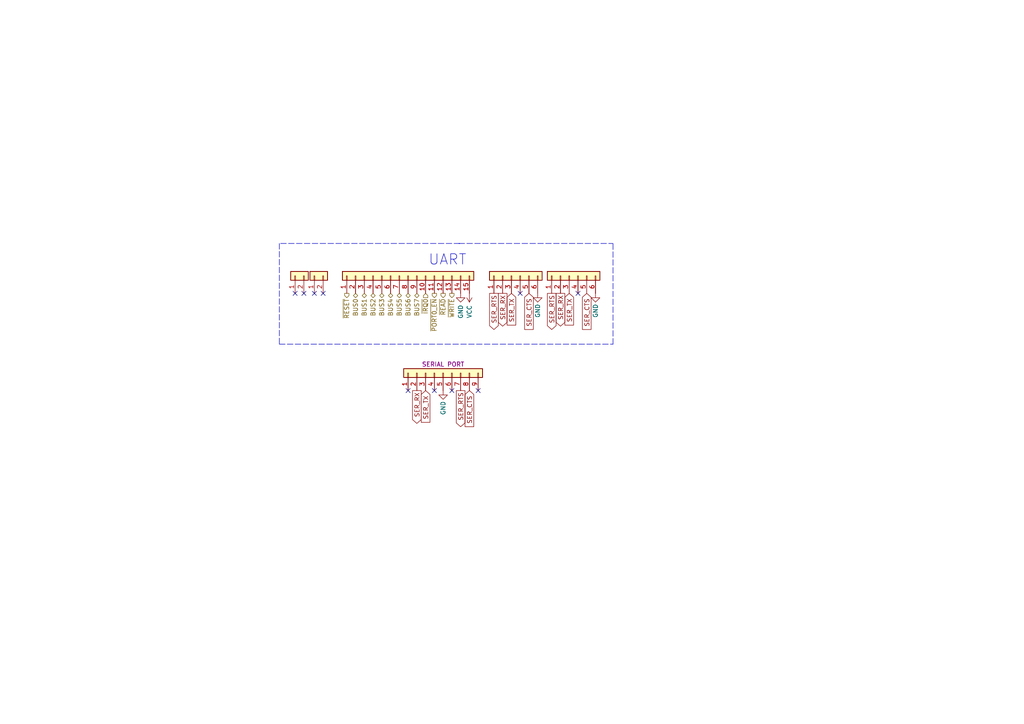
<source format=kicad_sch>
(kicad_sch (version 20211123) (generator eeschema)
  (paper "A4")
  (lib_symbols
    (symbol "Connector_Generic:Conn_01x02" (pin_names (offset 1.016) hide)
      (property "Reference" "J" (at 0 2.54 0))
      (property "Value" "Conn_01x02" (at 0 -5.08 0))
      (symbol "Conn_01x02_1_1"
        (rectangle (start -1.27 -2.413) (end 0 -2.667) (stroke (width 0.1524)))
        (rectangle (start -1.27 0.127) (end 0 -0.127) (stroke (width 0.1524)))
        (rectangle (start -1.27 1.27) (end 1.27 -3.81) (stroke (width 0.254)) (fill (type background)))
        (pin passive line (at -5.08 0 0) (length 3.81) (name "Pin_1") (number "1"))
        (pin passive line (at -5.08 -2.54 0) (length 3.81) (name "Pin_2") (number "2"))
      )
    )
    (symbol "Connector_Generic:Conn_01x06" (pin_names (offset 1.016) hide)
      (property "Reference" "J" (at 0 7.62 0))
      (property "Value" "Conn_01x06" (at 0 -10.16 0))
      (symbol "Conn_01x06_1_1"
        (rectangle (start -1.27 -7.493) (end 0 -7.747) (stroke (width 0.1524)))
        (rectangle (start -1.27 -4.953) (end 0 -5.207) (stroke (width 0.1524)))
        (rectangle (start -1.27 -2.413) (end 0 -2.667) (stroke (width 0.1524)))
        (rectangle (start -1.27 0.127) (end 0 -0.127) (stroke (width 0.1524)))
        (rectangle (start -1.27 2.667) (end 0 2.413) (stroke (width 0.1524)))
        (rectangle (start -1.27 5.207) (end 0 4.953) (stroke (width 0.1524)))
        (rectangle (start -1.27 6.35) (end 1.27 -8.89) (stroke (width 0.254)) (fill (type background)))
        (pin passive line (at -5.08 5.08 0) (length 3.81) (name "Pin_1") (number "1"))
        (pin passive line (at -5.08 2.54 0) (length 3.81) (name "Pin_2") (number "2"))
        (pin passive line (at -5.08 0 0) (length 3.81) (name "Pin_3") (number "3"))
        (pin passive line (at -5.08 -2.54 0) (length 3.81) (name "Pin_4") (number "4"))
        (pin passive line (at -5.08 -5.08 0) (length 3.81) (name "Pin_5") (number "5"))
        (pin passive line (at -5.08 -7.62 0) (length 3.81) (name "Pin_6") (number "6"))
      )
    )
    (symbol "Connector_Generic:Conn_01x09" (pin_names (offset 1.016) hide)
      (property "Reference" "J" (at 0 12.7 0))
      (property "Value" "Conn_01x09" (at 0 -12.7 0))
      (symbol "Conn_01x09_1_1"
        (rectangle (start -1.27 -10.033) (end 0 -10.287) (stroke (width 0.1524)))
        (rectangle (start -1.27 -7.493) (end 0 -7.747) (stroke (width 0.1524)))
        (rectangle (start -1.27 -4.953) (end 0 -5.207) (stroke (width 0.1524)))
        (rectangle (start -1.27 -2.413) (end 0 -2.667) (stroke (width 0.1524)))
        (rectangle (start -1.27 0.127) (end 0 -0.127) (stroke (width 0.1524)))
        (rectangle (start -1.27 2.667) (end 0 2.413) (stroke (width 0.1524)))
        (rectangle (start -1.27 5.207) (end 0 4.953) (stroke (width 0.1524)))
        (rectangle (start -1.27 7.747) (end 0 7.493) (stroke (width 0.1524)))
        (rectangle (start -1.27 10.287) (end 0 10.033) (stroke (width 0.1524)))
        (rectangle (start -1.27 11.43) (end 1.27 -11.43) (stroke (width 0.254)) (fill (type background)))
        (pin passive line (at -5.08 10.16 0) (length 3.81) (name "Pin_1") (number "1"))
        (pin passive line (at -5.08 7.62 0) (length 3.81) (name "Pin_2") (number "2"))
        (pin passive line (at -5.08 5.08 0) (length 3.81) (name "Pin_3") (number "3"))
        (pin passive line (at -5.08 2.54 0) (length 3.81) (name "Pin_4") (number "4"))
        (pin passive line (at -5.08 0 0) (length 3.81) (name "Pin_5") (number "5"))
        (pin passive line (at -5.08 -2.54 0) (length 3.81) (name "Pin_6") (number "6"))
        (pin passive line (at -5.08 -5.08 0) (length 3.81) (name "Pin_7") (number "7"))
        (pin passive line (at -5.08 -7.62 0) (length 3.81) (name "Pin_8") (number "8"))
        (pin passive line (at -5.08 -10.16 0) (length 3.81) (name "Pin_9") (number "9"))
      )
    )
    (symbol "Connector_Generic:Conn_01x15" (pin_names (offset 1.016) hide)
      (property "Reference" "J" (at 0 20.32 0))
      (property "Value" "Conn_01x15" (at 0 -20.32 0))
      (symbol "Conn_01x15_1_1"
        (rectangle (start -1.27 -17.653) (end 0 -17.907) (stroke (width 0.1524)))
        (rectangle (start -1.27 -15.113) (end 0 -15.367) (stroke (width 0.1524)))
        (rectangle (start -1.27 -12.573) (end 0 -12.827) (stroke (width 0.1524)))
        (rectangle (start -1.27 -10.033) (end 0 -10.287) (stroke (width 0.1524)))
        (rectangle (start -1.27 -7.493) (end 0 -7.747) (stroke (width 0.1524)))
        (rectangle (start -1.27 -4.953) (end 0 -5.207) (stroke (width 0.1524)))
        (rectangle (start -1.27 -2.413) (end 0 -2.667) (stroke (width 0.1524)))
        (rectangle (start -1.27 0.127) (end 0 -0.127) (stroke (width 0.1524)))
        (rectangle (start -1.27 2.667) (end 0 2.413) (stroke (width 0.1524)))
        (rectangle (start -1.27 5.207) (end 0 4.953) (stroke (width 0.1524)))
        (rectangle (start -1.27 7.747) (end 0 7.493) (stroke (width 0.1524)))
        (rectangle (start -1.27 10.287) (end 0 10.033) (stroke (width 0.1524)))
        (rectangle (start -1.27 12.827) (end 0 12.573) (stroke (width 0.1524)))
        (rectangle (start -1.27 15.367) (end 0 15.113) (stroke (width 0.1524)))
        (rectangle (start -1.27 17.907) (end 0 17.653) (stroke (width 0.1524)))
        (rectangle (start -1.27 19.05) (end 1.27 -19.05) (stroke (width 0.254)) (fill (type background)))
        (pin passive line (at -5.08 17.78 0) (length 3.81) (name "Pin_1") (number "1"))
        (pin passive line (at -5.08 -5.08 0) (length 3.81) (name "Pin_10") (number "10"))
        (pin passive line (at -5.08 -7.62 0) (length 3.81) (name "Pin_11") (number "11"))
        (pin passive line (at -5.08 -10.16 0) (length 3.81) (name "Pin_12") (number "12"))
        (pin passive line (at -5.08 -12.7 0) (length 3.81) (name "Pin_13") (number "13"))
        (pin passive line (at -5.08 -15.24 0) (length 3.81) (name "Pin_14") (number "14"))
        (pin passive line (at -5.08 -17.78 0) (length 3.81) (name "Pin_15") (number "15"))
        (pin passive line (at -5.08 15.24 0) (length 3.81) (name "Pin_2") (number "2"))
        (pin passive line (at -5.08 12.7 0) (length 3.81) (name "Pin_3") (number "3"))
        (pin passive line (at -5.08 10.16 0) (length 3.81) (name "Pin_4") (number "4"))
        (pin passive line (at -5.08 7.62 0) (length 3.81) (name "Pin_5") (number "5"))
        (pin passive line (at -5.08 5.08 0) (length 3.81) (name "Pin_6") (number "6"))
        (pin passive line (at -5.08 2.54 0) (length 3.81) (name "Pin_7") (number "7"))
        (pin passive line (at -5.08 0 0) (length 3.81) (name "Pin_8") (number "8"))
        (pin passive line (at -5.08 -2.54 0) (length 3.81) (name "Pin_9") (number "9"))
      )
    )
    (symbol "power:GND" (power) (pin_names (offset 0))
      (property "Value" "GND" (at 0 -3.81 0))
      (symbol "GND_0_1"
        (polyline (pts (xy 0 0) (xy 0 -1.27) (xy 1.27 -1.27) (xy 0 -2.54) (xy -1.27 -1.27) (xy 0 -1.27)))
      )
      (symbol "GND_1_1"
        (pin power_in line (at 0 0 270) (length 0) hide (name "GND") (number "1"))
      )
    )
    (symbol "power:VCC" (power) (pin_names (offset 0))
      (property "Value" "VCC" (at 0 3.81 0))
      (symbol "VCC_0_1"
        (polyline (pts (xy -0.762 1.27) (xy 0 2.54)))
        (polyline (pts (xy 0 0) (xy 0 2.54)))
        (polyline (pts (xy 0 2.54) (xy 0.762 1.27)))
      )
      (symbol "VCC_1_1"
        (pin power_in line (at 0 0 90) (length 0) hide (name "VCC") (number "1"))
      )
    )
  )
  (no_connect (at 138.684 113.284))
  (no_connect (at 93.726 85.09))
  (no_connect (at 167.64 85.09))
  (no_connect (at 118.364 113.284))
  (no_connect (at 125.984 113.284))
  (no_connect (at 88.138 85.09))
  (no_connect (at 85.598 85.09))
  (no_connect (at 150.876 85.09))
  (no_connect (at 91.186 85.09))
  (no_connect (at 131.064 113.284))
  (polyline (pts (xy 133.096 70.612) (xy 177.8 70.612)))
  (polyline (pts (xy 133.35 70.612) (xy 81.026 70.612)))
  (polyline (pts (xy 177.8 99.822) (xy 177.8 70.612)))
  (polyline (pts (xy 81.026 70.612) (xy 81.026 99.822)))
  (polyline (pts (xy 81.026 99.822) (xy 177.8 99.822)))
  (text "UART" (at 124.206 77.216 0) (effects (font (size 3 3)) (justify left bottom)))
  (global_label "SER_TX" (shape input) (at 123.444 113.284 270) (property "Intersheet References" "${INTERSHEET_REFS}" (effects hide)))
  (global_label "SER_CTS" (shape input) (at 136.144 113.284 270) (property "Intersheet References" "${INTERSHEET_REFS}" (effects hide)))
  (global_label "SER_RX" (shape output) (at 145.796 85.09 270) (property "Intersheet References" "${INTERSHEET_REFS}" (effects hide)))
  (global_label "SER_RTS" (shape output) (at 143.256 85.09 270) (property "Intersheet References" "${INTERSHEET_REFS}" (effects hide)))
  (global_label "SER_TX" (shape input) (at 165.1 85.09 270) (property "Intersheet References" "${INTERSHEET_REFS}" (effects hide)))
  (global_label "SER_TX" (shape input) (at 148.336 85.09 270) (property "Intersheet References" "${INTERSHEET_REFS}" (effects hide)))
  (global_label "SER_CTS" (shape input) (at 153.416 85.09 270) (property "Intersheet References" "${INTERSHEET_REFS}" (effects hide)))
  (global_label "SER_RTS" (shape output) (at 133.604 113.284 270) (property "Intersheet References" "${INTERSHEET_REFS}" (effects hide)))
  (global_label "SER_RX" (shape output) (at 120.904 113.284 270) (property "Intersheet References" "${INTERSHEET_REFS}" (effects hide)))
  (global_label "SER_RTS" (shape output) (at 160.02 85.09 270) (property "Intersheet References" "${INTERSHEET_REFS}" (effects hide)))
  (global_label "SER_CTS" (shape input) (at 170.18 85.09 270) (property "Intersheet References" "${INTERSHEET_REFS}" (effects hide)))
  (global_label "SER_RX" (shape output) (at 162.56 85.09 270) (property "Intersheet References" "${INTERSHEET_REFS}" (effects hide)))
  (hierarchical_label "BUS2" (shape tri_state) (at 108.204 85.09 270))
  (hierarchical_label "BUS7" (shape tri_state) (at 120.904 85.09 270))
  (hierarchical_label "BUS4" (shape tri_state) (at 113.284 85.09 270))
  (hierarchical_label "BUS5" (shape tri_state) (at 115.824 85.09 270))
  (hierarchical_label "~{RESET}" (shape output) (at 100.584 85.09 270))
  (hierarchical_label "~{IRQ0}" (shape input) (at 123.444 85.09 270))
  (hierarchical_label "~{READ}" (shape output) (at 128.524 85.09 270))
  (hierarchical_label "~{WRITE}" (shape output) (at 131.064 85.09 270))
  (hierarchical_label "BUS6" (shape tri_state) (at 118.364 85.09 270))
  (hierarchical_label "~{PORT0_EN}" (shape output) (at 125.984 85.09 270))
  (hierarchical_label "BUS3" (shape tri_state) (at 110.744 85.09 270))
  (hierarchical_label "BUS1" (shape tri_state) (at 105.664 85.09 270))
  (hierarchical_label "BUS0" (shape tri_state) (at 103.124 85.09 270))
  (symbol (lib_id "power:GND") (at 155.956 85.09 0) (unit 1)
    (property "Reference" "#PWR037" (effects hide))
    (property "Value" "GND" (at 155.956 90.17 90))
  )
  (symbol (lib_id "Connector_Generic:Conn_01x15") (at 118.364 80.01 90) (unit 1)
    (property "Reference" "J51" (effects hide))
    (property "Value" "Conn_01x15" (effects hide))
    (property "Footprint" "Connector_PinSocket_2.54mm:PinSocket_1x15_P2.54mm_Vertical" (effects hide))
  )
  (symbol (lib_id "power:GND") (at 133.604 85.09 0) (mirror y) (unit 1)
    (property "Reference" "#PWR035" (effects hide))
    (property "Value" "GND" (at 133.604 90.424 90))
  )
  (symbol (lib_id "power:GND") (at 172.72 85.09 0) (unit 1)
    (property "Reference" "#PWR038" (effects hide))
    (property "Value" "GND" (at 172.72 90.17 90))
  )
  (symbol (lib_id "Connector_Generic:Conn_01x02") (at 91.186 80.01 90) (unit 1)
    (property "Reference" "J50" (effects hide))
    (property "Value" "Conn_01x02" (effects hide))
    (property "Footprint" "Connector_PinSocket_2.54mm:PinSocket_1x02_P2.54mm_Vertical" (effects hide))
  )
  (symbol (lib_id "Connector_Generic:Conn_01x02") (at 85.598 80.01 90) (unit 1)
    (property "Reference" "J49" (effects hide))
    (property "Value" "Conn_01x02" (effects hide))
    (property "Footprint" "Connector_PinSocket_2.54mm:PinSocket_1x02_P2.54mm_Vertical" (effects hide))
  )
  (symbol (lib_id "Connector_Generic:Conn_01x06") (at 165.1 80.01 90) (unit 1)
    (property "Reference" "J54" (effects hide))
    (property "Value" "Conn_01x06" (effects hide))
    (property "Footprint" "Connector_PinHeader_2.54mm:PinHeader_1x06_P2.54mm_Horizontal" (effects hide))
  )
  (symbol (lib_id "power:GND") (at 128.524 113.284 0) (unit 1)
    (property "Reference" "#PWR034" (effects hide))
    (property "Value" "GND" (at 128.524 118.364 90))
  )
  (symbol (lib_id "power:VCC") (at 136.144 85.09 0) (mirror x) (unit 1)
    (property "Reference" "#PWR036" (effects hide))
    (property "Value" "VCC" (at 136.144 90.424 90))
  )
  (symbol (lib_id "Connector_Generic:Conn_01x09") (at 128.524 108.204 90) (unit 1)
    (property "Reference" "J52" (effects hide))
    (property "Value" "Conn_01x09" (effects hide))
    (property "Footprint" "Connector_Dsub:DSUB-9_Female_Horizontal_P2.77x2.84mm_EdgePinOffset4.94mm_Housed_MountingHolesOffset7.48mm" (effects hide))
    (property "Field4" "SERIAL PORT" (at 128.524 105.664 90))
  )
  (symbol (lib_id "Connector_Generic:Conn_01x06") (at 148.336 80.01 90) (unit 1)
    (property "Reference" "J53" (effects hide))
    (property "Value" "Conn_01x06" (effects hide))
    (property "Footprint" "Connector_PinSocket_2.54mm:PinSocket_1x06_P2.54mm_Vertical" (effects hide))
  )
)
</source>
